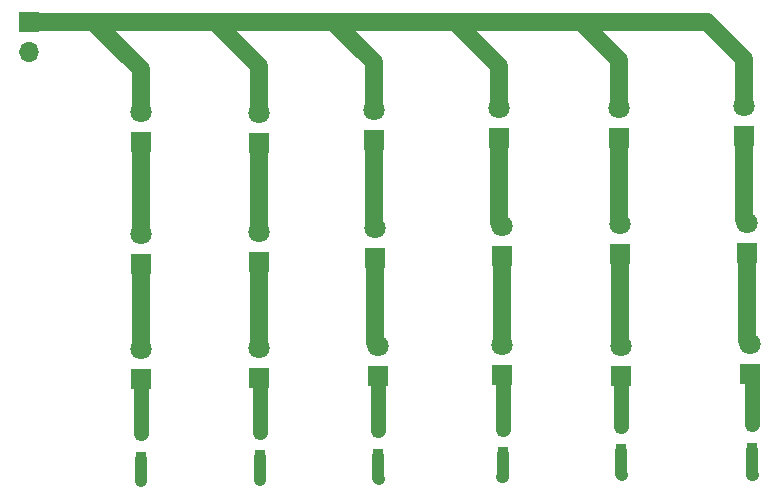
<source format=gbr>
G04 #@! TF.FileFunction,Copper,L1,Top,Signal*
%FSLAX46Y46*%
G04 Gerber Fmt 4.6, Leading zero omitted, Abs format (unit mm)*
G04 Created by KiCad (PCBNEW 4.0.5) date Thursday, March 09, 2017 'PMt' 04:26:22 PM*
%MOMM*%
%LPD*%
G01*
G04 APERTURE LIST*
%ADD10C,0.100000*%
%ADD11R,1.800000X1.800000*%
%ADD12C,1.800000*%
%ADD13R,1.700000X1.700000*%
%ADD14O,1.700000X1.700000*%
%ADD15R,0.900000X1.200000*%
%ADD16C,0.600000*%
%ADD17C,1.524000*%
%ADD18C,1.270000*%
%ADD19C,1.016000*%
G04 APERTURE END LIST*
D10*
D11*
X156286200Y-110515400D03*
D12*
X156286200Y-107975400D03*
D11*
X156286200Y-120827800D03*
D12*
X156286200Y-118287800D03*
D11*
X156286200Y-130606800D03*
D12*
X156286200Y-128066800D03*
D11*
X166344600Y-110591600D03*
D12*
X166344600Y-108051600D03*
D11*
X166344600Y-120650000D03*
D12*
X166344600Y-118110000D03*
D11*
X166344600Y-130505200D03*
D12*
X166344600Y-127965200D03*
D11*
X176022000Y-110337600D03*
D12*
X176022000Y-107797600D03*
D11*
X176123600Y-120370600D03*
D12*
X176123600Y-117830600D03*
D11*
X176377600Y-130327400D03*
D12*
X176377600Y-127787400D03*
D11*
X186613800Y-110159800D03*
D12*
X186613800Y-107619800D03*
D11*
X186867800Y-120192800D03*
D12*
X186867800Y-117652800D03*
D11*
X186867800Y-130251200D03*
D12*
X186867800Y-127711200D03*
D11*
X196824600Y-110159800D03*
D12*
X196824600Y-107619800D03*
D11*
X196850000Y-120015000D03*
D12*
X196850000Y-117475000D03*
D11*
X196977000Y-130302000D03*
D12*
X196977000Y-127762000D03*
D11*
X207391000Y-109982000D03*
D12*
X207391000Y-107442000D03*
D11*
X207645000Y-119888000D03*
D12*
X207645000Y-117348000D03*
D11*
X207899000Y-130175000D03*
D12*
X207899000Y-127635000D03*
D13*
X146812000Y-100330000D03*
D14*
X146812000Y-102870000D03*
D15*
X156337000Y-135171000D03*
X156337000Y-137371000D03*
X166370000Y-135044000D03*
X166370000Y-137244000D03*
X176403000Y-134917000D03*
X176403000Y-137117000D03*
X186944000Y-134790000D03*
X186944000Y-136990000D03*
X196977000Y-134536000D03*
X196977000Y-136736000D03*
X208026000Y-134409000D03*
X208026000Y-136609000D03*
D16*
X208102200Y-138760200D03*
X197078600Y-138760200D03*
X186918600Y-138912600D03*
X176479200Y-139039600D03*
X166420800Y-139141200D03*
X156362400Y-139242800D03*
D17*
X156286200Y-110515400D02*
X156286200Y-118287800D01*
X156286200Y-107975400D02*
X156286200Y-104343200D01*
X156286200Y-104343200D02*
X152273000Y-100330000D01*
X166344600Y-108051600D02*
X166344600Y-104114600D01*
X166344600Y-104114600D02*
X162560000Y-100330000D01*
X176022000Y-107797600D02*
X176022000Y-103759000D01*
X176022000Y-103759000D02*
X172593000Y-100330000D01*
X186613800Y-107619800D02*
X186613800Y-104063800D01*
X186613800Y-104063800D02*
X182880000Y-100330000D01*
X196824600Y-107619800D02*
X196824600Y-103606600D01*
X196824600Y-103606600D02*
X193548000Y-100330000D01*
X146812000Y-100330000D02*
X152273000Y-100330000D01*
X152273000Y-100330000D02*
X162560000Y-100330000D01*
X162560000Y-100330000D02*
X172593000Y-100330000D01*
X172593000Y-100330000D02*
X182880000Y-100330000D01*
X182880000Y-100330000D02*
X193548000Y-100330000D01*
X193548000Y-100330000D02*
X204216000Y-100330000D01*
X207391000Y-103505000D02*
X207391000Y-107442000D01*
X204216000Y-100330000D02*
X207391000Y-103505000D01*
X156286200Y-120827800D02*
X156286200Y-128066800D01*
D18*
X156286200Y-130606800D02*
X156286200Y-135120200D01*
X156286200Y-135120200D02*
X156337000Y-135171000D01*
D17*
X166344600Y-110591600D02*
X166344600Y-118110000D01*
X166344600Y-120650000D02*
X166344600Y-127965200D01*
D18*
X166370000Y-135044000D02*
X166370000Y-130530600D01*
X166370000Y-130530600D02*
X166344600Y-130505200D01*
D17*
X176022000Y-110337600D02*
X176022000Y-117729000D01*
X176022000Y-117729000D02*
X176123600Y-117830600D01*
X176123600Y-120370600D02*
X176123600Y-127533400D01*
X176123600Y-127533400D02*
X176377600Y-127787400D01*
D18*
X176403000Y-134917000D02*
X176403000Y-130352800D01*
X176403000Y-130352800D02*
X176377600Y-130327400D01*
D17*
X186613800Y-110159800D02*
X186613800Y-117398800D01*
X186613800Y-117398800D02*
X186867800Y-117652800D01*
X186867800Y-120192800D02*
X186867800Y-127711200D01*
D18*
X186944000Y-134790000D02*
X186944000Y-130327400D01*
X186944000Y-130327400D02*
X186867800Y-130251200D01*
D17*
X196824600Y-110159800D02*
X196824600Y-117449600D01*
X196824600Y-117449600D02*
X196850000Y-117475000D01*
X196850000Y-120015000D02*
X196850000Y-127635000D01*
X196850000Y-127635000D02*
X196977000Y-127762000D01*
D18*
X196977000Y-134536000D02*
X196977000Y-130302000D01*
D17*
X207391000Y-109982000D02*
X207391000Y-117094000D01*
X207391000Y-117094000D02*
X207645000Y-117348000D01*
X207645000Y-119888000D02*
X207645000Y-127381000D01*
X207645000Y-127381000D02*
X207899000Y-127635000D01*
D18*
X208026000Y-134409000D02*
X208026000Y-130302000D01*
X208026000Y-130302000D02*
X207899000Y-130175000D01*
D19*
X208026000Y-136609000D02*
X208026000Y-138684000D01*
X208026000Y-138684000D02*
X208102200Y-138760200D01*
X196977000Y-136736000D02*
X196977000Y-138658600D01*
X196977000Y-138658600D02*
X197078600Y-138760200D01*
X186944000Y-136990000D02*
X186944000Y-138887200D01*
X186944000Y-138887200D02*
X186918600Y-138912600D01*
X176403000Y-137117000D02*
X176403000Y-138963400D01*
X176403000Y-138963400D02*
X176479200Y-139039600D01*
X166370000Y-137244000D02*
X166370000Y-139090400D01*
X166370000Y-139090400D02*
X166420800Y-139141200D01*
X156337000Y-137371000D02*
X156337000Y-139217400D01*
X156337000Y-139217400D02*
X156362400Y-139242800D01*
M02*

</source>
